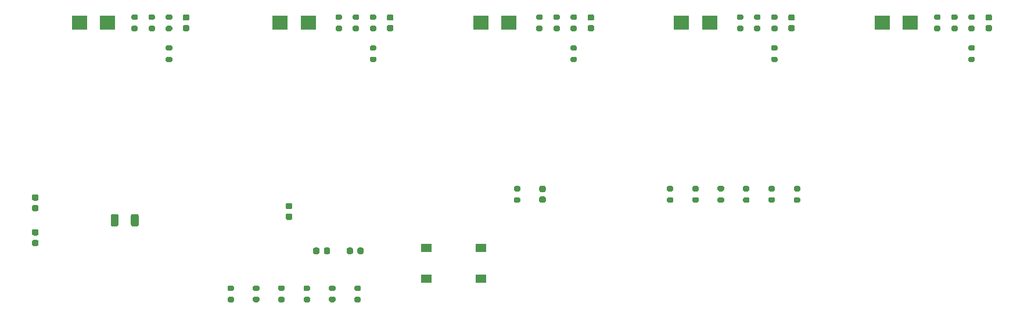
<source format=gbr>
%TF.GenerationSoftware,KiCad,Pcbnew,(5.1.12)-1*%
%TF.CreationDate,2021-11-13T03:11:12+08:00*%
%TF.ProjectId,main,6d61696e-2e6b-4696-9361-645f70636258,rev?*%
%TF.SameCoordinates,Original*%
%TF.FileFunction,Paste,Top*%
%TF.FilePolarity,Positive*%
%FSLAX46Y46*%
G04 Gerber Fmt 4.6, Leading zero omitted, Abs format (unit mm)*
G04 Created by KiCad (PCBNEW (5.1.12)-1) date 2021-11-13 03:11:12*
%MOMM*%
%LPD*%
G01*
G04 APERTURE LIST*
%ADD10R,1.550000X1.300000*%
%ADD11R,2.200000X2.100000*%
G04 APERTURE END LIST*
D10*
%TO.C,BTN1*%
X119730000Y-128825000D03*
X119730000Y-124325000D03*
X111770000Y-124325000D03*
X111770000Y-128825000D03*
%TD*%
%TO.C,JP1*%
G36*
G01*
X65750000Y-120940450D02*
X65750000Y-119639550D01*
G75*
G02*
X65999550Y-119390000I249550J0D01*
G01*
X66650450Y-119390000D01*
G75*
G02*
X66900000Y-119639550I0J-249550D01*
G01*
X66900000Y-120940450D01*
G75*
G02*
X66650450Y-121190000I-249550J0D01*
G01*
X65999550Y-121190000D01*
G75*
G02*
X65750000Y-120940450I0J249550D01*
G01*
G37*
G36*
G01*
X68700000Y-120940450D02*
X68700000Y-119639550D01*
G75*
G02*
X68949550Y-119390000I249550J0D01*
G01*
X69600450Y-119390000D01*
G75*
G02*
X69850000Y-119639550I0J-249550D01*
G01*
X69850000Y-120940450D01*
G75*
G02*
X69600450Y-121190000I-249550J0D01*
G01*
X68949550Y-121190000D01*
G75*
G02*
X68700000Y-120940450I0J249550D01*
G01*
G37*
%TD*%
%TO.C,R2*%
G36*
G01*
X147025000Y-116925000D02*
X147575000Y-116925000D01*
G75*
G02*
X147775000Y-117125000I0J-200000D01*
G01*
X147775000Y-117525000D01*
G75*
G02*
X147575000Y-117725000I-200000J0D01*
G01*
X147025000Y-117725000D01*
G75*
G02*
X146825000Y-117525000I0J200000D01*
G01*
X146825000Y-117125000D01*
G75*
G02*
X147025000Y-116925000I200000J0D01*
G01*
G37*
G36*
G01*
X147025000Y-115275000D02*
X147575000Y-115275000D01*
G75*
G02*
X147775000Y-115475000I0J-200000D01*
G01*
X147775000Y-115875000D01*
G75*
G02*
X147575000Y-116075000I-200000J0D01*
G01*
X147025000Y-116075000D01*
G75*
G02*
X146825000Y-115875000I0J200000D01*
G01*
X146825000Y-115475000D01*
G75*
G02*
X147025000Y-115275000I200000J0D01*
G01*
G37*
%TD*%
D11*
%TO.C,D5*%
X65300000Y-91500000D03*
X61200000Y-91500000D03*
%TD*%
%TO.C,D4*%
X94550000Y-91500000D03*
X90450000Y-91500000D03*
%TD*%
%TO.C,D3*%
X123800000Y-91500000D03*
X119700000Y-91500000D03*
%TD*%
%TO.C,D2*%
X153050000Y-91500000D03*
X148950000Y-91500000D03*
%TD*%
%TO.C,D1*%
X182300000Y-91500000D03*
X178200000Y-91500000D03*
%TD*%
%TO.C,C11*%
G36*
G01*
X77000000Y-91175000D02*
X76500000Y-91175000D01*
G75*
G02*
X76275000Y-90950000I0J225000D01*
G01*
X76275000Y-90500000D01*
G75*
G02*
X76500000Y-90275000I225000J0D01*
G01*
X77000000Y-90275000D01*
G75*
G02*
X77225000Y-90500000I0J-225000D01*
G01*
X77225000Y-90950000D01*
G75*
G02*
X77000000Y-91175000I-225000J0D01*
G01*
G37*
G36*
G01*
X77000000Y-92725000D02*
X76500000Y-92725000D01*
G75*
G02*
X76275000Y-92500000I0J225000D01*
G01*
X76275000Y-92050000D01*
G75*
G02*
X76500000Y-91825000I225000J0D01*
G01*
X77000000Y-91825000D01*
G75*
G02*
X77225000Y-92050000I0J-225000D01*
G01*
X77225000Y-92500000D01*
G75*
G02*
X77000000Y-92725000I-225000J0D01*
G01*
G37*
%TD*%
%TO.C,C10*%
G36*
G01*
X106750000Y-91175000D02*
X106250000Y-91175000D01*
G75*
G02*
X106025000Y-90950000I0J225000D01*
G01*
X106025000Y-90500000D01*
G75*
G02*
X106250000Y-90275000I225000J0D01*
G01*
X106750000Y-90275000D01*
G75*
G02*
X106975000Y-90500000I0J-225000D01*
G01*
X106975000Y-90950000D01*
G75*
G02*
X106750000Y-91175000I-225000J0D01*
G01*
G37*
G36*
G01*
X106750000Y-92725000D02*
X106250000Y-92725000D01*
G75*
G02*
X106025000Y-92500000I0J225000D01*
G01*
X106025000Y-92050000D01*
G75*
G02*
X106250000Y-91825000I225000J0D01*
G01*
X106750000Y-91825000D01*
G75*
G02*
X106975000Y-92050000I0J-225000D01*
G01*
X106975000Y-92500000D01*
G75*
G02*
X106750000Y-92725000I-225000J0D01*
G01*
G37*
%TD*%
%TO.C,C9*%
G36*
G01*
X136000000Y-91175000D02*
X135500000Y-91175000D01*
G75*
G02*
X135275000Y-90950000I0J225000D01*
G01*
X135275000Y-90500000D01*
G75*
G02*
X135500000Y-90275000I225000J0D01*
G01*
X136000000Y-90275000D01*
G75*
G02*
X136225000Y-90500000I0J-225000D01*
G01*
X136225000Y-90950000D01*
G75*
G02*
X136000000Y-91175000I-225000J0D01*
G01*
G37*
G36*
G01*
X136000000Y-92725000D02*
X135500000Y-92725000D01*
G75*
G02*
X135275000Y-92500000I0J225000D01*
G01*
X135275000Y-92050000D01*
G75*
G02*
X135500000Y-91825000I225000J0D01*
G01*
X136000000Y-91825000D01*
G75*
G02*
X136225000Y-92050000I0J-225000D01*
G01*
X136225000Y-92500000D01*
G75*
G02*
X136000000Y-92725000I-225000J0D01*
G01*
G37*
%TD*%
%TO.C,C8*%
G36*
G01*
X165250000Y-91175000D02*
X164750000Y-91175000D01*
G75*
G02*
X164525000Y-90950000I0J225000D01*
G01*
X164525000Y-90500000D01*
G75*
G02*
X164750000Y-90275000I225000J0D01*
G01*
X165250000Y-90275000D01*
G75*
G02*
X165475000Y-90500000I0J-225000D01*
G01*
X165475000Y-90950000D01*
G75*
G02*
X165250000Y-91175000I-225000J0D01*
G01*
G37*
G36*
G01*
X165250000Y-92725000D02*
X164750000Y-92725000D01*
G75*
G02*
X164525000Y-92500000I0J225000D01*
G01*
X164525000Y-92050000D01*
G75*
G02*
X164750000Y-91825000I225000J0D01*
G01*
X165250000Y-91825000D01*
G75*
G02*
X165475000Y-92050000I0J-225000D01*
G01*
X165475000Y-92500000D01*
G75*
G02*
X165250000Y-92725000I-225000J0D01*
G01*
G37*
%TD*%
%TO.C,C7*%
G36*
G01*
X194000000Y-91175000D02*
X193500000Y-91175000D01*
G75*
G02*
X193275000Y-90950000I0J225000D01*
G01*
X193275000Y-90500000D01*
G75*
G02*
X193500000Y-90275000I225000J0D01*
G01*
X194000000Y-90275000D01*
G75*
G02*
X194225000Y-90500000I0J-225000D01*
G01*
X194225000Y-90950000D01*
G75*
G02*
X194000000Y-91175000I-225000J0D01*
G01*
G37*
G36*
G01*
X194000000Y-92725000D02*
X193500000Y-92725000D01*
G75*
G02*
X193275000Y-92500000I0J225000D01*
G01*
X193275000Y-92050000D01*
G75*
G02*
X193500000Y-91825000I225000J0D01*
G01*
X194000000Y-91825000D01*
G75*
G02*
X194225000Y-92050000I0J-225000D01*
G01*
X194225000Y-92500000D01*
G75*
G02*
X194000000Y-92725000I-225000J0D01*
G01*
G37*
%TD*%
%TO.C,R24*%
G36*
G01*
X191525000Y-91075000D02*
X190975000Y-91075000D01*
G75*
G02*
X190775000Y-90875000I0J200000D01*
G01*
X190775000Y-90475000D01*
G75*
G02*
X190975000Y-90275000I200000J0D01*
G01*
X191525000Y-90275000D01*
G75*
G02*
X191725000Y-90475000I0J-200000D01*
G01*
X191725000Y-90875000D01*
G75*
G02*
X191525000Y-91075000I-200000J0D01*
G01*
G37*
G36*
G01*
X191525000Y-92725000D02*
X190975000Y-92725000D01*
G75*
G02*
X190775000Y-92525000I0J200000D01*
G01*
X190775000Y-92125000D01*
G75*
G02*
X190975000Y-91925000I200000J0D01*
G01*
X191525000Y-91925000D01*
G75*
G02*
X191725000Y-92125000I0J-200000D01*
G01*
X191725000Y-92525000D01*
G75*
G02*
X191525000Y-92725000I-200000J0D01*
G01*
G37*
%TD*%
%TO.C,R22*%
G36*
G01*
X185975000Y-91925000D02*
X186525000Y-91925000D01*
G75*
G02*
X186725000Y-92125000I0J-200000D01*
G01*
X186725000Y-92525000D01*
G75*
G02*
X186525000Y-92725000I-200000J0D01*
G01*
X185975000Y-92725000D01*
G75*
G02*
X185775000Y-92525000I0J200000D01*
G01*
X185775000Y-92125000D01*
G75*
G02*
X185975000Y-91925000I200000J0D01*
G01*
G37*
G36*
G01*
X185975000Y-90275000D02*
X186525000Y-90275000D01*
G75*
G02*
X186725000Y-90475000I0J-200000D01*
G01*
X186725000Y-90875000D01*
G75*
G02*
X186525000Y-91075000I-200000J0D01*
G01*
X185975000Y-91075000D01*
G75*
G02*
X185775000Y-90875000I0J200000D01*
G01*
X185775000Y-90475000D01*
G75*
G02*
X185975000Y-90275000I200000J0D01*
G01*
G37*
%TD*%
%TO.C,R21*%
G36*
G01*
X188475000Y-91925000D02*
X189025000Y-91925000D01*
G75*
G02*
X189225000Y-92125000I0J-200000D01*
G01*
X189225000Y-92525000D01*
G75*
G02*
X189025000Y-92725000I-200000J0D01*
G01*
X188475000Y-92725000D01*
G75*
G02*
X188275000Y-92525000I0J200000D01*
G01*
X188275000Y-92125000D01*
G75*
G02*
X188475000Y-91925000I200000J0D01*
G01*
G37*
G36*
G01*
X188475000Y-90275000D02*
X189025000Y-90275000D01*
G75*
G02*
X189225000Y-90475000I0J-200000D01*
G01*
X189225000Y-90875000D01*
G75*
G02*
X189025000Y-91075000I-200000J0D01*
G01*
X188475000Y-91075000D01*
G75*
G02*
X188275000Y-90875000I0J200000D01*
G01*
X188275000Y-90475000D01*
G75*
G02*
X188475000Y-90275000I200000J0D01*
G01*
G37*
%TD*%
%TO.C,R20*%
G36*
G01*
X190975000Y-96425000D02*
X191525000Y-96425000D01*
G75*
G02*
X191725000Y-96625000I0J-200000D01*
G01*
X191725000Y-97025000D01*
G75*
G02*
X191525000Y-97225000I-200000J0D01*
G01*
X190975000Y-97225000D01*
G75*
G02*
X190775000Y-97025000I0J200000D01*
G01*
X190775000Y-96625000D01*
G75*
G02*
X190975000Y-96425000I200000J0D01*
G01*
G37*
G36*
G01*
X190975000Y-94775000D02*
X191525000Y-94775000D01*
G75*
G02*
X191725000Y-94975000I0J-200000D01*
G01*
X191725000Y-95375000D01*
G75*
G02*
X191525000Y-95575000I-200000J0D01*
G01*
X190975000Y-95575000D01*
G75*
G02*
X190775000Y-95375000I0J200000D01*
G01*
X190775000Y-94975000D01*
G75*
G02*
X190975000Y-94775000I200000J0D01*
G01*
G37*
%TD*%
%TO.C,R44*%
G36*
G01*
X74525000Y-91075000D02*
X73975000Y-91075000D01*
G75*
G02*
X73775000Y-90875000I0J200000D01*
G01*
X73775000Y-90475000D01*
G75*
G02*
X73975000Y-90275000I200000J0D01*
G01*
X74525000Y-90275000D01*
G75*
G02*
X74725000Y-90475000I0J-200000D01*
G01*
X74725000Y-90875000D01*
G75*
G02*
X74525000Y-91075000I-200000J0D01*
G01*
G37*
G36*
G01*
X74525000Y-92725000D02*
X73975000Y-92725000D01*
G75*
G02*
X73775000Y-92525000I0J200000D01*
G01*
X73775000Y-92125000D01*
G75*
G02*
X73975000Y-91925000I200000J0D01*
G01*
X74525000Y-91925000D01*
G75*
G02*
X74725000Y-92125000I0J-200000D01*
G01*
X74725000Y-92525000D01*
G75*
G02*
X74525000Y-92725000I-200000J0D01*
G01*
G37*
%TD*%
%TO.C,R42*%
G36*
G01*
X68975000Y-91925000D02*
X69525000Y-91925000D01*
G75*
G02*
X69725000Y-92125000I0J-200000D01*
G01*
X69725000Y-92525000D01*
G75*
G02*
X69525000Y-92725000I-200000J0D01*
G01*
X68975000Y-92725000D01*
G75*
G02*
X68775000Y-92525000I0J200000D01*
G01*
X68775000Y-92125000D01*
G75*
G02*
X68975000Y-91925000I200000J0D01*
G01*
G37*
G36*
G01*
X68975000Y-90275000D02*
X69525000Y-90275000D01*
G75*
G02*
X69725000Y-90475000I0J-200000D01*
G01*
X69725000Y-90875000D01*
G75*
G02*
X69525000Y-91075000I-200000J0D01*
G01*
X68975000Y-91075000D01*
G75*
G02*
X68775000Y-90875000I0J200000D01*
G01*
X68775000Y-90475000D01*
G75*
G02*
X68975000Y-90275000I200000J0D01*
G01*
G37*
%TD*%
%TO.C,R41*%
G36*
G01*
X71475000Y-91925000D02*
X72025000Y-91925000D01*
G75*
G02*
X72225000Y-92125000I0J-200000D01*
G01*
X72225000Y-92525000D01*
G75*
G02*
X72025000Y-92725000I-200000J0D01*
G01*
X71475000Y-92725000D01*
G75*
G02*
X71275000Y-92525000I0J200000D01*
G01*
X71275000Y-92125000D01*
G75*
G02*
X71475000Y-91925000I200000J0D01*
G01*
G37*
G36*
G01*
X71475000Y-90275000D02*
X72025000Y-90275000D01*
G75*
G02*
X72225000Y-90475000I0J-200000D01*
G01*
X72225000Y-90875000D01*
G75*
G02*
X72025000Y-91075000I-200000J0D01*
G01*
X71475000Y-91075000D01*
G75*
G02*
X71275000Y-90875000I0J200000D01*
G01*
X71275000Y-90475000D01*
G75*
G02*
X71475000Y-90275000I200000J0D01*
G01*
G37*
%TD*%
%TO.C,R40*%
G36*
G01*
X73975000Y-96425000D02*
X74525000Y-96425000D01*
G75*
G02*
X74725000Y-96625000I0J-200000D01*
G01*
X74725000Y-97025000D01*
G75*
G02*
X74525000Y-97225000I-200000J0D01*
G01*
X73975000Y-97225000D01*
G75*
G02*
X73775000Y-97025000I0J200000D01*
G01*
X73775000Y-96625000D01*
G75*
G02*
X73975000Y-96425000I200000J0D01*
G01*
G37*
G36*
G01*
X73975000Y-94775000D02*
X74525000Y-94775000D01*
G75*
G02*
X74725000Y-94975000I0J-200000D01*
G01*
X74725000Y-95375000D01*
G75*
G02*
X74525000Y-95575000I-200000J0D01*
G01*
X73975000Y-95575000D01*
G75*
G02*
X73775000Y-95375000I0J200000D01*
G01*
X73775000Y-94975000D01*
G75*
G02*
X73975000Y-94775000I200000J0D01*
G01*
G37*
%TD*%
%TO.C,R39*%
G36*
G01*
X104275000Y-91075000D02*
X103725000Y-91075000D01*
G75*
G02*
X103525000Y-90875000I0J200000D01*
G01*
X103525000Y-90475000D01*
G75*
G02*
X103725000Y-90275000I200000J0D01*
G01*
X104275000Y-90275000D01*
G75*
G02*
X104475000Y-90475000I0J-200000D01*
G01*
X104475000Y-90875000D01*
G75*
G02*
X104275000Y-91075000I-200000J0D01*
G01*
G37*
G36*
G01*
X104275000Y-92725000D02*
X103725000Y-92725000D01*
G75*
G02*
X103525000Y-92525000I0J200000D01*
G01*
X103525000Y-92125000D01*
G75*
G02*
X103725000Y-91925000I200000J0D01*
G01*
X104275000Y-91925000D01*
G75*
G02*
X104475000Y-92125000I0J-200000D01*
G01*
X104475000Y-92525000D01*
G75*
G02*
X104275000Y-92725000I-200000J0D01*
G01*
G37*
%TD*%
%TO.C,R37*%
G36*
G01*
X98725000Y-91925000D02*
X99275000Y-91925000D01*
G75*
G02*
X99475000Y-92125000I0J-200000D01*
G01*
X99475000Y-92525000D01*
G75*
G02*
X99275000Y-92725000I-200000J0D01*
G01*
X98725000Y-92725000D01*
G75*
G02*
X98525000Y-92525000I0J200000D01*
G01*
X98525000Y-92125000D01*
G75*
G02*
X98725000Y-91925000I200000J0D01*
G01*
G37*
G36*
G01*
X98725000Y-90275000D02*
X99275000Y-90275000D01*
G75*
G02*
X99475000Y-90475000I0J-200000D01*
G01*
X99475000Y-90875000D01*
G75*
G02*
X99275000Y-91075000I-200000J0D01*
G01*
X98725000Y-91075000D01*
G75*
G02*
X98525000Y-90875000I0J200000D01*
G01*
X98525000Y-90475000D01*
G75*
G02*
X98725000Y-90275000I200000J0D01*
G01*
G37*
%TD*%
%TO.C,R36*%
G36*
G01*
X101225000Y-91925000D02*
X101775000Y-91925000D01*
G75*
G02*
X101975000Y-92125000I0J-200000D01*
G01*
X101975000Y-92525000D01*
G75*
G02*
X101775000Y-92725000I-200000J0D01*
G01*
X101225000Y-92725000D01*
G75*
G02*
X101025000Y-92525000I0J200000D01*
G01*
X101025000Y-92125000D01*
G75*
G02*
X101225000Y-91925000I200000J0D01*
G01*
G37*
G36*
G01*
X101225000Y-90275000D02*
X101775000Y-90275000D01*
G75*
G02*
X101975000Y-90475000I0J-200000D01*
G01*
X101975000Y-90875000D01*
G75*
G02*
X101775000Y-91075000I-200000J0D01*
G01*
X101225000Y-91075000D01*
G75*
G02*
X101025000Y-90875000I0J200000D01*
G01*
X101025000Y-90475000D01*
G75*
G02*
X101225000Y-90275000I200000J0D01*
G01*
G37*
%TD*%
%TO.C,R35*%
G36*
G01*
X103725000Y-96425000D02*
X104275000Y-96425000D01*
G75*
G02*
X104475000Y-96625000I0J-200000D01*
G01*
X104475000Y-97025000D01*
G75*
G02*
X104275000Y-97225000I-200000J0D01*
G01*
X103725000Y-97225000D01*
G75*
G02*
X103525000Y-97025000I0J200000D01*
G01*
X103525000Y-96625000D01*
G75*
G02*
X103725000Y-96425000I200000J0D01*
G01*
G37*
G36*
G01*
X103725000Y-94775000D02*
X104275000Y-94775000D01*
G75*
G02*
X104475000Y-94975000I0J-200000D01*
G01*
X104475000Y-95375000D01*
G75*
G02*
X104275000Y-95575000I-200000J0D01*
G01*
X103725000Y-95575000D01*
G75*
G02*
X103525000Y-95375000I0J200000D01*
G01*
X103525000Y-94975000D01*
G75*
G02*
X103725000Y-94775000I200000J0D01*
G01*
G37*
%TD*%
%TO.C,R34*%
G36*
G01*
X133525000Y-91075000D02*
X132975000Y-91075000D01*
G75*
G02*
X132775000Y-90875000I0J200000D01*
G01*
X132775000Y-90475000D01*
G75*
G02*
X132975000Y-90275000I200000J0D01*
G01*
X133525000Y-90275000D01*
G75*
G02*
X133725000Y-90475000I0J-200000D01*
G01*
X133725000Y-90875000D01*
G75*
G02*
X133525000Y-91075000I-200000J0D01*
G01*
G37*
G36*
G01*
X133525000Y-92725000D02*
X132975000Y-92725000D01*
G75*
G02*
X132775000Y-92525000I0J200000D01*
G01*
X132775000Y-92125000D01*
G75*
G02*
X132975000Y-91925000I200000J0D01*
G01*
X133525000Y-91925000D01*
G75*
G02*
X133725000Y-92125000I0J-200000D01*
G01*
X133725000Y-92525000D01*
G75*
G02*
X133525000Y-92725000I-200000J0D01*
G01*
G37*
%TD*%
%TO.C,R32*%
G36*
G01*
X127975000Y-91925000D02*
X128525000Y-91925000D01*
G75*
G02*
X128725000Y-92125000I0J-200000D01*
G01*
X128725000Y-92525000D01*
G75*
G02*
X128525000Y-92725000I-200000J0D01*
G01*
X127975000Y-92725000D01*
G75*
G02*
X127775000Y-92525000I0J200000D01*
G01*
X127775000Y-92125000D01*
G75*
G02*
X127975000Y-91925000I200000J0D01*
G01*
G37*
G36*
G01*
X127975000Y-90275000D02*
X128525000Y-90275000D01*
G75*
G02*
X128725000Y-90475000I0J-200000D01*
G01*
X128725000Y-90875000D01*
G75*
G02*
X128525000Y-91075000I-200000J0D01*
G01*
X127975000Y-91075000D01*
G75*
G02*
X127775000Y-90875000I0J200000D01*
G01*
X127775000Y-90475000D01*
G75*
G02*
X127975000Y-90275000I200000J0D01*
G01*
G37*
%TD*%
%TO.C,R31*%
G36*
G01*
X130475000Y-91925000D02*
X131025000Y-91925000D01*
G75*
G02*
X131225000Y-92125000I0J-200000D01*
G01*
X131225000Y-92525000D01*
G75*
G02*
X131025000Y-92725000I-200000J0D01*
G01*
X130475000Y-92725000D01*
G75*
G02*
X130275000Y-92525000I0J200000D01*
G01*
X130275000Y-92125000D01*
G75*
G02*
X130475000Y-91925000I200000J0D01*
G01*
G37*
G36*
G01*
X130475000Y-90275000D02*
X131025000Y-90275000D01*
G75*
G02*
X131225000Y-90475000I0J-200000D01*
G01*
X131225000Y-90875000D01*
G75*
G02*
X131025000Y-91075000I-200000J0D01*
G01*
X130475000Y-91075000D01*
G75*
G02*
X130275000Y-90875000I0J200000D01*
G01*
X130275000Y-90475000D01*
G75*
G02*
X130475000Y-90275000I200000J0D01*
G01*
G37*
%TD*%
%TO.C,R30*%
G36*
G01*
X132975000Y-96425000D02*
X133525000Y-96425000D01*
G75*
G02*
X133725000Y-96625000I0J-200000D01*
G01*
X133725000Y-97025000D01*
G75*
G02*
X133525000Y-97225000I-200000J0D01*
G01*
X132975000Y-97225000D01*
G75*
G02*
X132775000Y-97025000I0J200000D01*
G01*
X132775000Y-96625000D01*
G75*
G02*
X132975000Y-96425000I200000J0D01*
G01*
G37*
G36*
G01*
X132975000Y-94775000D02*
X133525000Y-94775000D01*
G75*
G02*
X133725000Y-94975000I0J-200000D01*
G01*
X133725000Y-95375000D01*
G75*
G02*
X133525000Y-95575000I-200000J0D01*
G01*
X132975000Y-95575000D01*
G75*
G02*
X132775000Y-95375000I0J200000D01*
G01*
X132775000Y-94975000D01*
G75*
G02*
X132975000Y-94775000I200000J0D01*
G01*
G37*
%TD*%
%TO.C,R29*%
G36*
G01*
X162775000Y-91075000D02*
X162225000Y-91075000D01*
G75*
G02*
X162025000Y-90875000I0J200000D01*
G01*
X162025000Y-90475000D01*
G75*
G02*
X162225000Y-90275000I200000J0D01*
G01*
X162775000Y-90275000D01*
G75*
G02*
X162975000Y-90475000I0J-200000D01*
G01*
X162975000Y-90875000D01*
G75*
G02*
X162775000Y-91075000I-200000J0D01*
G01*
G37*
G36*
G01*
X162775000Y-92725000D02*
X162225000Y-92725000D01*
G75*
G02*
X162025000Y-92525000I0J200000D01*
G01*
X162025000Y-92125000D01*
G75*
G02*
X162225000Y-91925000I200000J0D01*
G01*
X162775000Y-91925000D01*
G75*
G02*
X162975000Y-92125000I0J-200000D01*
G01*
X162975000Y-92525000D01*
G75*
G02*
X162775000Y-92725000I-200000J0D01*
G01*
G37*
%TD*%
%TO.C,R27*%
G36*
G01*
X157225000Y-91925000D02*
X157775000Y-91925000D01*
G75*
G02*
X157975000Y-92125000I0J-200000D01*
G01*
X157975000Y-92525000D01*
G75*
G02*
X157775000Y-92725000I-200000J0D01*
G01*
X157225000Y-92725000D01*
G75*
G02*
X157025000Y-92525000I0J200000D01*
G01*
X157025000Y-92125000D01*
G75*
G02*
X157225000Y-91925000I200000J0D01*
G01*
G37*
G36*
G01*
X157225000Y-90275000D02*
X157775000Y-90275000D01*
G75*
G02*
X157975000Y-90475000I0J-200000D01*
G01*
X157975000Y-90875000D01*
G75*
G02*
X157775000Y-91075000I-200000J0D01*
G01*
X157225000Y-91075000D01*
G75*
G02*
X157025000Y-90875000I0J200000D01*
G01*
X157025000Y-90475000D01*
G75*
G02*
X157225000Y-90275000I200000J0D01*
G01*
G37*
%TD*%
%TO.C,R26*%
G36*
G01*
X159725000Y-91925000D02*
X160275000Y-91925000D01*
G75*
G02*
X160475000Y-92125000I0J-200000D01*
G01*
X160475000Y-92525000D01*
G75*
G02*
X160275000Y-92725000I-200000J0D01*
G01*
X159725000Y-92725000D01*
G75*
G02*
X159525000Y-92525000I0J200000D01*
G01*
X159525000Y-92125000D01*
G75*
G02*
X159725000Y-91925000I200000J0D01*
G01*
G37*
G36*
G01*
X159725000Y-90275000D02*
X160275000Y-90275000D01*
G75*
G02*
X160475000Y-90475000I0J-200000D01*
G01*
X160475000Y-90875000D01*
G75*
G02*
X160275000Y-91075000I-200000J0D01*
G01*
X159725000Y-91075000D01*
G75*
G02*
X159525000Y-90875000I0J200000D01*
G01*
X159525000Y-90475000D01*
G75*
G02*
X159725000Y-90275000I200000J0D01*
G01*
G37*
%TD*%
%TO.C,R25*%
G36*
G01*
X162225000Y-96425000D02*
X162775000Y-96425000D01*
G75*
G02*
X162975000Y-96625000I0J-200000D01*
G01*
X162975000Y-97025000D01*
G75*
G02*
X162775000Y-97225000I-200000J0D01*
G01*
X162225000Y-97225000D01*
G75*
G02*
X162025000Y-97025000I0J200000D01*
G01*
X162025000Y-96625000D01*
G75*
G02*
X162225000Y-96425000I200000J0D01*
G01*
G37*
G36*
G01*
X162225000Y-94775000D02*
X162775000Y-94775000D01*
G75*
G02*
X162975000Y-94975000I0J-200000D01*
G01*
X162975000Y-95375000D01*
G75*
G02*
X162775000Y-95575000I-200000J0D01*
G01*
X162225000Y-95575000D01*
G75*
G02*
X162025000Y-95375000I0J200000D01*
G01*
X162025000Y-94975000D01*
G75*
G02*
X162225000Y-94775000I200000J0D01*
G01*
G37*
%TD*%
%TO.C,R19*%
G36*
G01*
X97775000Y-131445000D02*
X98325000Y-131445000D01*
G75*
G02*
X98525000Y-131645000I0J-200000D01*
G01*
X98525000Y-132045000D01*
G75*
G02*
X98325000Y-132245000I-200000J0D01*
G01*
X97775000Y-132245000D01*
G75*
G02*
X97575000Y-132045000I0J200000D01*
G01*
X97575000Y-131645000D01*
G75*
G02*
X97775000Y-131445000I200000J0D01*
G01*
G37*
G36*
G01*
X97775000Y-129795000D02*
X98325000Y-129795000D01*
G75*
G02*
X98525000Y-129995000I0J-200000D01*
G01*
X98525000Y-130395000D01*
G75*
G02*
X98325000Y-130595000I-200000J0D01*
G01*
X97775000Y-130595000D01*
G75*
G02*
X97575000Y-130395000I0J200000D01*
G01*
X97575000Y-129995000D01*
G75*
G02*
X97775000Y-129795000I200000J0D01*
G01*
G37*
%TD*%
%TO.C,R18*%
G36*
G01*
X94075000Y-131445000D02*
X94625000Y-131445000D01*
G75*
G02*
X94825000Y-131645000I0J-200000D01*
G01*
X94825000Y-132045000D01*
G75*
G02*
X94625000Y-132245000I-200000J0D01*
G01*
X94075000Y-132245000D01*
G75*
G02*
X93875000Y-132045000I0J200000D01*
G01*
X93875000Y-131645000D01*
G75*
G02*
X94075000Y-131445000I200000J0D01*
G01*
G37*
G36*
G01*
X94075000Y-129795000D02*
X94625000Y-129795000D01*
G75*
G02*
X94825000Y-129995000I0J-200000D01*
G01*
X94825000Y-130395000D01*
G75*
G02*
X94625000Y-130595000I-200000J0D01*
G01*
X94075000Y-130595000D01*
G75*
G02*
X93875000Y-130395000I0J200000D01*
G01*
X93875000Y-129995000D01*
G75*
G02*
X94075000Y-129795000I200000J0D01*
G01*
G37*
%TD*%
%TO.C,R17*%
G36*
G01*
X90375000Y-131445000D02*
X90925000Y-131445000D01*
G75*
G02*
X91125000Y-131645000I0J-200000D01*
G01*
X91125000Y-132045000D01*
G75*
G02*
X90925000Y-132245000I-200000J0D01*
G01*
X90375000Y-132245000D01*
G75*
G02*
X90175000Y-132045000I0J200000D01*
G01*
X90175000Y-131645000D01*
G75*
G02*
X90375000Y-131445000I200000J0D01*
G01*
G37*
G36*
G01*
X90375000Y-129795000D02*
X90925000Y-129795000D01*
G75*
G02*
X91125000Y-129995000I0J-200000D01*
G01*
X91125000Y-130395000D01*
G75*
G02*
X90925000Y-130595000I-200000J0D01*
G01*
X90375000Y-130595000D01*
G75*
G02*
X90175000Y-130395000I0J200000D01*
G01*
X90175000Y-129995000D01*
G75*
G02*
X90375000Y-129795000I200000J0D01*
G01*
G37*
%TD*%
%TO.C,R16*%
G36*
G01*
X86675000Y-131445000D02*
X87225000Y-131445000D01*
G75*
G02*
X87425000Y-131645000I0J-200000D01*
G01*
X87425000Y-132045000D01*
G75*
G02*
X87225000Y-132245000I-200000J0D01*
G01*
X86675000Y-132245000D01*
G75*
G02*
X86475000Y-132045000I0J200000D01*
G01*
X86475000Y-131645000D01*
G75*
G02*
X86675000Y-131445000I200000J0D01*
G01*
G37*
G36*
G01*
X86675000Y-129795000D02*
X87225000Y-129795000D01*
G75*
G02*
X87425000Y-129995000I0J-200000D01*
G01*
X87425000Y-130395000D01*
G75*
G02*
X87225000Y-130595000I-200000J0D01*
G01*
X86675000Y-130595000D01*
G75*
G02*
X86475000Y-130395000I0J200000D01*
G01*
X86475000Y-129995000D01*
G75*
G02*
X86675000Y-129795000I200000J0D01*
G01*
G37*
%TD*%
%TO.C,R15*%
G36*
G01*
X82975000Y-131445000D02*
X83525000Y-131445000D01*
G75*
G02*
X83725000Y-131645000I0J-200000D01*
G01*
X83725000Y-132045000D01*
G75*
G02*
X83525000Y-132245000I-200000J0D01*
G01*
X82975000Y-132245000D01*
G75*
G02*
X82775000Y-132045000I0J200000D01*
G01*
X82775000Y-131645000D01*
G75*
G02*
X82975000Y-131445000I200000J0D01*
G01*
G37*
G36*
G01*
X82975000Y-129795000D02*
X83525000Y-129795000D01*
G75*
G02*
X83725000Y-129995000I0J-200000D01*
G01*
X83725000Y-130395000D01*
G75*
G02*
X83525000Y-130595000I-200000J0D01*
G01*
X82975000Y-130595000D01*
G75*
G02*
X82775000Y-130395000I0J200000D01*
G01*
X82775000Y-129995000D01*
G75*
G02*
X82975000Y-129795000I200000J0D01*
G01*
G37*
%TD*%
%TO.C,R14*%
G36*
G01*
X101475000Y-131445000D02*
X102025000Y-131445000D01*
G75*
G02*
X102225000Y-131645000I0J-200000D01*
G01*
X102225000Y-132045000D01*
G75*
G02*
X102025000Y-132245000I-200000J0D01*
G01*
X101475000Y-132245000D01*
G75*
G02*
X101275000Y-132045000I0J200000D01*
G01*
X101275000Y-131645000D01*
G75*
G02*
X101475000Y-131445000I200000J0D01*
G01*
G37*
G36*
G01*
X101475000Y-129795000D02*
X102025000Y-129795000D01*
G75*
G02*
X102225000Y-129995000I0J-200000D01*
G01*
X102225000Y-130395000D01*
G75*
G02*
X102025000Y-130595000I-200000J0D01*
G01*
X101475000Y-130595000D01*
G75*
G02*
X101275000Y-130395000I0J200000D01*
G01*
X101275000Y-129995000D01*
G75*
G02*
X101475000Y-129795000I200000J0D01*
G01*
G37*
%TD*%
%TO.C,R12*%
G36*
G01*
X165525000Y-116925000D02*
X166075000Y-116925000D01*
G75*
G02*
X166275000Y-117125000I0J-200000D01*
G01*
X166275000Y-117525000D01*
G75*
G02*
X166075000Y-117725000I-200000J0D01*
G01*
X165525000Y-117725000D01*
G75*
G02*
X165325000Y-117525000I0J200000D01*
G01*
X165325000Y-117125000D01*
G75*
G02*
X165525000Y-116925000I200000J0D01*
G01*
G37*
G36*
G01*
X165525000Y-115275000D02*
X166075000Y-115275000D01*
G75*
G02*
X166275000Y-115475000I0J-200000D01*
G01*
X166275000Y-115875000D01*
G75*
G02*
X166075000Y-116075000I-200000J0D01*
G01*
X165525000Y-116075000D01*
G75*
G02*
X165325000Y-115875000I0J200000D01*
G01*
X165325000Y-115475000D01*
G75*
G02*
X165525000Y-115275000I200000J0D01*
G01*
G37*
%TD*%
%TO.C,R10*%
G36*
G01*
X161825000Y-116925000D02*
X162375000Y-116925000D01*
G75*
G02*
X162575000Y-117125000I0J-200000D01*
G01*
X162575000Y-117525000D01*
G75*
G02*
X162375000Y-117725000I-200000J0D01*
G01*
X161825000Y-117725000D01*
G75*
G02*
X161625000Y-117525000I0J200000D01*
G01*
X161625000Y-117125000D01*
G75*
G02*
X161825000Y-116925000I200000J0D01*
G01*
G37*
G36*
G01*
X161825000Y-115275000D02*
X162375000Y-115275000D01*
G75*
G02*
X162575000Y-115475000I0J-200000D01*
G01*
X162575000Y-115875000D01*
G75*
G02*
X162375000Y-116075000I-200000J0D01*
G01*
X161825000Y-116075000D01*
G75*
G02*
X161625000Y-115875000I0J200000D01*
G01*
X161625000Y-115475000D01*
G75*
G02*
X161825000Y-115275000I200000J0D01*
G01*
G37*
%TD*%
%TO.C,R8*%
G36*
G01*
X158125000Y-116925000D02*
X158675000Y-116925000D01*
G75*
G02*
X158875000Y-117125000I0J-200000D01*
G01*
X158875000Y-117525000D01*
G75*
G02*
X158675000Y-117725000I-200000J0D01*
G01*
X158125000Y-117725000D01*
G75*
G02*
X157925000Y-117525000I0J200000D01*
G01*
X157925000Y-117125000D01*
G75*
G02*
X158125000Y-116925000I200000J0D01*
G01*
G37*
G36*
G01*
X158125000Y-115275000D02*
X158675000Y-115275000D01*
G75*
G02*
X158875000Y-115475000I0J-200000D01*
G01*
X158875000Y-115875000D01*
G75*
G02*
X158675000Y-116075000I-200000J0D01*
G01*
X158125000Y-116075000D01*
G75*
G02*
X157925000Y-115875000I0J200000D01*
G01*
X157925000Y-115475000D01*
G75*
G02*
X158125000Y-115275000I200000J0D01*
G01*
G37*
%TD*%
%TO.C,R6*%
G36*
G01*
X154425000Y-116925000D02*
X154975000Y-116925000D01*
G75*
G02*
X155175000Y-117125000I0J-200000D01*
G01*
X155175000Y-117525000D01*
G75*
G02*
X154975000Y-117725000I-200000J0D01*
G01*
X154425000Y-117725000D01*
G75*
G02*
X154225000Y-117525000I0J200000D01*
G01*
X154225000Y-117125000D01*
G75*
G02*
X154425000Y-116925000I200000J0D01*
G01*
G37*
G36*
G01*
X154425000Y-115275000D02*
X154975000Y-115275000D01*
G75*
G02*
X155175000Y-115475000I0J-200000D01*
G01*
X155175000Y-115875000D01*
G75*
G02*
X154975000Y-116075000I-200000J0D01*
G01*
X154425000Y-116075000D01*
G75*
G02*
X154225000Y-115875000I0J200000D01*
G01*
X154225000Y-115475000D01*
G75*
G02*
X154425000Y-115275000I200000J0D01*
G01*
G37*
%TD*%
%TO.C,R4*%
G36*
G01*
X150725000Y-116925000D02*
X151275000Y-116925000D01*
G75*
G02*
X151475000Y-117125000I0J-200000D01*
G01*
X151475000Y-117525000D01*
G75*
G02*
X151275000Y-117725000I-200000J0D01*
G01*
X150725000Y-117725000D01*
G75*
G02*
X150525000Y-117525000I0J200000D01*
G01*
X150525000Y-117125000D01*
G75*
G02*
X150725000Y-116925000I200000J0D01*
G01*
G37*
G36*
G01*
X150725000Y-115275000D02*
X151275000Y-115275000D01*
G75*
G02*
X151475000Y-115475000I0J-200000D01*
G01*
X151475000Y-115875000D01*
G75*
G02*
X151275000Y-116075000I-200000J0D01*
G01*
X150725000Y-116075000D01*
G75*
G02*
X150525000Y-115875000I0J200000D01*
G01*
X150525000Y-115475000D01*
G75*
G02*
X150725000Y-115275000I200000J0D01*
G01*
G37*
%TD*%
%TO.C,R1*%
G36*
G01*
X124725000Y-116925000D02*
X125275000Y-116925000D01*
G75*
G02*
X125475000Y-117125000I0J-200000D01*
G01*
X125475000Y-117525000D01*
G75*
G02*
X125275000Y-117725000I-200000J0D01*
G01*
X124725000Y-117725000D01*
G75*
G02*
X124525000Y-117525000I0J200000D01*
G01*
X124525000Y-117125000D01*
G75*
G02*
X124725000Y-116925000I200000J0D01*
G01*
G37*
G36*
G01*
X124725000Y-115275000D02*
X125275000Y-115275000D01*
G75*
G02*
X125475000Y-115475000I0J-200000D01*
G01*
X125475000Y-115875000D01*
G75*
G02*
X125275000Y-116075000I-200000J0D01*
G01*
X124725000Y-116075000D01*
G75*
G02*
X124525000Y-115875000I0J200000D01*
G01*
X124525000Y-115475000D01*
G75*
G02*
X124725000Y-115275000I200000J0D01*
G01*
G37*
%TD*%
%TO.C,C6*%
G36*
G01*
X128950000Y-116175000D02*
X128450000Y-116175000D01*
G75*
G02*
X128225000Y-115950000I0J225000D01*
G01*
X128225000Y-115500000D01*
G75*
G02*
X128450000Y-115275000I225000J0D01*
G01*
X128950000Y-115275000D01*
G75*
G02*
X129175000Y-115500000I0J-225000D01*
G01*
X129175000Y-115950000D01*
G75*
G02*
X128950000Y-116175000I-225000J0D01*
G01*
G37*
G36*
G01*
X128950000Y-117725000D02*
X128450000Y-117725000D01*
G75*
G02*
X128225000Y-117500000I0J225000D01*
G01*
X128225000Y-117050000D01*
G75*
G02*
X128450000Y-116825000I225000J0D01*
G01*
X128950000Y-116825000D01*
G75*
G02*
X129175000Y-117050000I0J-225000D01*
G01*
X129175000Y-117500000D01*
G75*
G02*
X128950000Y-117725000I-225000J0D01*
G01*
G37*
%TD*%
%TO.C,C5*%
G36*
G01*
X101075000Y-124500000D02*
X101075000Y-125000000D01*
G75*
G02*
X100850000Y-125225000I-225000J0D01*
G01*
X100400000Y-125225000D01*
G75*
G02*
X100175000Y-125000000I0J225000D01*
G01*
X100175000Y-124500000D01*
G75*
G02*
X100400000Y-124275000I225000J0D01*
G01*
X100850000Y-124275000D01*
G75*
G02*
X101075000Y-124500000I0J-225000D01*
G01*
G37*
G36*
G01*
X102625000Y-124500000D02*
X102625000Y-125000000D01*
G75*
G02*
X102400000Y-125225000I-225000J0D01*
G01*
X101950000Y-125225000D01*
G75*
G02*
X101725000Y-125000000I0J225000D01*
G01*
X101725000Y-124500000D01*
G75*
G02*
X101950000Y-124275000I225000J0D01*
G01*
X102400000Y-124275000D01*
G75*
G02*
X102625000Y-124500000I0J-225000D01*
G01*
G37*
%TD*%
%TO.C,C4*%
G36*
G01*
X96825000Y-125000000D02*
X96825000Y-124500000D01*
G75*
G02*
X97050000Y-124275000I225000J0D01*
G01*
X97500000Y-124275000D01*
G75*
G02*
X97725000Y-124500000I0J-225000D01*
G01*
X97725000Y-125000000D01*
G75*
G02*
X97500000Y-125225000I-225000J0D01*
G01*
X97050000Y-125225000D01*
G75*
G02*
X96825000Y-125000000I0J225000D01*
G01*
G37*
G36*
G01*
X95275000Y-125000000D02*
X95275000Y-124500000D01*
G75*
G02*
X95500000Y-124275000I225000J0D01*
G01*
X95950000Y-124275000D01*
G75*
G02*
X96175000Y-124500000I0J-225000D01*
G01*
X96175000Y-125000000D01*
G75*
G02*
X95950000Y-125225000I-225000J0D01*
G01*
X95500000Y-125225000D01*
G75*
G02*
X95275000Y-125000000I0J225000D01*
G01*
G37*
%TD*%
%TO.C,C3*%
G36*
G01*
X55000000Y-122505000D02*
X54500000Y-122505000D01*
G75*
G02*
X54275000Y-122280000I0J225000D01*
G01*
X54275000Y-121830000D01*
G75*
G02*
X54500000Y-121605000I225000J0D01*
G01*
X55000000Y-121605000D01*
G75*
G02*
X55225000Y-121830000I0J-225000D01*
G01*
X55225000Y-122280000D01*
G75*
G02*
X55000000Y-122505000I-225000J0D01*
G01*
G37*
G36*
G01*
X55000000Y-124055000D02*
X54500000Y-124055000D01*
G75*
G02*
X54275000Y-123830000I0J225000D01*
G01*
X54275000Y-123380000D01*
G75*
G02*
X54500000Y-123155000I225000J0D01*
G01*
X55000000Y-123155000D01*
G75*
G02*
X55225000Y-123380000I0J-225000D01*
G01*
X55225000Y-123830000D01*
G75*
G02*
X55000000Y-124055000I-225000J0D01*
G01*
G37*
%TD*%
%TO.C,C2*%
G36*
G01*
X92000000Y-118675000D02*
X91500000Y-118675000D01*
G75*
G02*
X91275000Y-118450000I0J225000D01*
G01*
X91275000Y-118000000D01*
G75*
G02*
X91500000Y-117775000I225000J0D01*
G01*
X92000000Y-117775000D01*
G75*
G02*
X92225000Y-118000000I0J-225000D01*
G01*
X92225000Y-118450000D01*
G75*
G02*
X92000000Y-118675000I-225000J0D01*
G01*
G37*
G36*
G01*
X92000000Y-120225000D02*
X91500000Y-120225000D01*
G75*
G02*
X91275000Y-120000000I0J225000D01*
G01*
X91275000Y-119550000D01*
G75*
G02*
X91500000Y-119325000I225000J0D01*
G01*
X92000000Y-119325000D01*
G75*
G02*
X92225000Y-119550000I0J-225000D01*
G01*
X92225000Y-120000000D01*
G75*
G02*
X92000000Y-120225000I-225000J0D01*
G01*
G37*
%TD*%
%TO.C,C1*%
G36*
G01*
X54500000Y-118075000D02*
X55000000Y-118075000D01*
G75*
G02*
X55225000Y-118300000I0J-225000D01*
G01*
X55225000Y-118750000D01*
G75*
G02*
X55000000Y-118975000I-225000J0D01*
G01*
X54500000Y-118975000D01*
G75*
G02*
X54275000Y-118750000I0J225000D01*
G01*
X54275000Y-118300000D01*
G75*
G02*
X54500000Y-118075000I225000J0D01*
G01*
G37*
G36*
G01*
X54500000Y-116525000D02*
X55000000Y-116525000D01*
G75*
G02*
X55225000Y-116750000I0J-225000D01*
G01*
X55225000Y-117200000D01*
G75*
G02*
X55000000Y-117425000I-225000J0D01*
G01*
X54500000Y-117425000D01*
G75*
G02*
X54275000Y-117200000I0J225000D01*
G01*
X54275000Y-116750000D01*
G75*
G02*
X54500000Y-116525000I225000J0D01*
G01*
G37*
%TD*%
M02*

</source>
